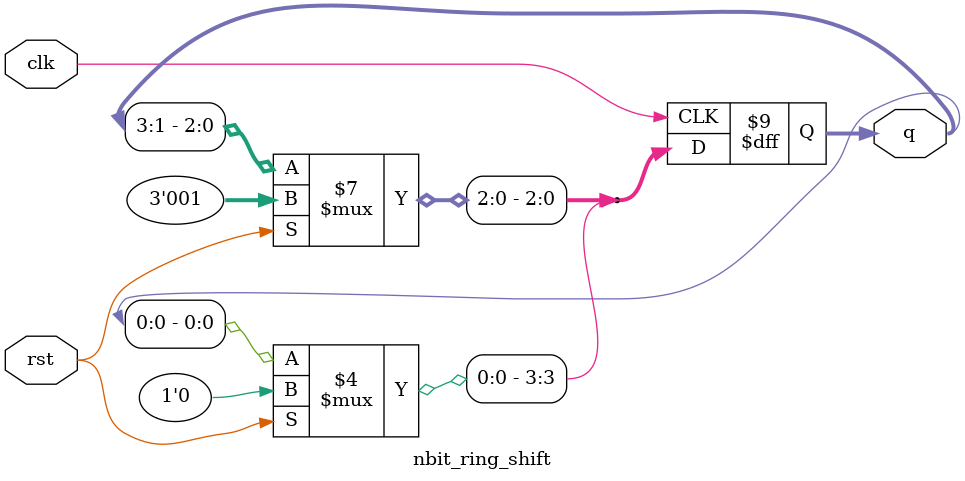
<source format=v>
module nbit_john (q,clk,rst);
parameter n= 4;
input clk,rst;
output reg [n-1:0] q;
always @ (posedge clk)
 begin
   if(rst)
   q = 0;
 else
   q <= {~q[0],q[n-1:1]};
 end
endmodule

module nbit_ring (q,clk,rst);
parameter n= 4;
input clk,rst;
output reg [n-1:0] q;
always @ (posedge clk)
 begin
   if(rst)
     begin
   q = 0;
   q = q+1;
     end
 else
   q <= {q[0],q[n-1:1]};
 end
endmodule
module nbit_gray (q,clk,load);
  parameter n =4;
  input clk,load;
  output reg [n-1:0]q;
  reg [n-1:0]temp;
  always @ (posedge clk)
  begin
    if(load)
      begin
      q = 0;
      temp = 0;
      temp = temp+1;
     end   
     else
      begin 
     q =((temp >> 1) ^ temp);
     temp =temp +1;
      end
   end
   endmodule
module nbit_ring_shift (q,clk,rst);
parameter n= 4;
input clk,rst;
output reg [n-1:0] q;
always @ (posedge clk)
 begin
   if(rst)
     begin
   q = 0;
   q = q+1;
     end
 else
   begin
   q[n-1] <= q[0];
   q[n-2:0] <= q[n-1:1];
   end
 end
endmodule



   
 

</source>
